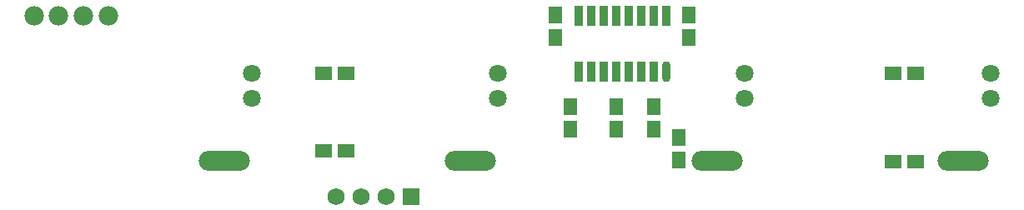
<source format=gbs>
%FSLAX25Y25*%
%MOIN*%
G70*
G01*
G75*
G04 Layer_Color=16711935*
%ADD10C,0.02000*%
%ADD11C,0.03000*%
%ADD12C,0.01000*%
%ADD13C,0.01500*%
%ADD14C,0.06000*%
%ADD15R,0.06000X0.06000*%
%ADD16O,0.19685X0.07087*%
%ADD17C,0.07000*%
%ADD18C,0.06300*%
%ADD19C,0.02500*%
%ADD20R,0.02400X0.07600*%
%ADD21O,0.02400X0.07600*%
%ADD22R,0.06000X0.05000*%
%ADD23R,0.05000X0.06000*%
%ADD24C,0.00700*%
%ADD25C,0.00500*%
%ADD26C,0.00100*%
%ADD27C,0.00200*%
%ADD28C,0.00600*%
%ADD29R,0.00900X0.00700*%
%ADD30R,0.00446X0.00990*%
%ADD31C,0.00400*%
%ADD32C,0.06800*%
%ADD33R,0.06800X0.06800*%
%ADD34O,0.20485X0.07887*%
%ADD35C,0.07800*%
%ADD36C,0.07100*%
%ADD37R,0.03200X0.08400*%
%ADD38O,0.03200X0.08400*%
%ADD39R,0.06800X0.05800*%
%ADD40R,0.05800X0.06800*%
D32*
X160000Y11988D02*
D03*
X150000D02*
D03*
X140000D02*
D03*
D33*
X170000D02*
D03*
D34*
X390551Y26378D02*
D03*
X193701D02*
D03*
X95276D02*
D03*
X292126D02*
D03*
D35*
X19248Y84378D02*
D03*
X29091D02*
D03*
X38933D02*
D03*
X48776D02*
D03*
D36*
X401575Y61102D02*
D03*
Y51102D02*
D03*
X303150D02*
D03*
Y61102D02*
D03*
X204724D02*
D03*
Y51102D02*
D03*
X106299D02*
D03*
Y61102D02*
D03*
D37*
X271776Y84378D02*
D03*
X266776D02*
D03*
X261776D02*
D03*
X256776D02*
D03*
X251776D02*
D03*
X246776D02*
D03*
X241776D02*
D03*
X236776D02*
D03*
Y61878D02*
D03*
X241776D02*
D03*
X246776D02*
D03*
X251776D02*
D03*
X256776D02*
D03*
X261776D02*
D03*
X266776D02*
D03*
D38*
X271776D02*
D03*
D39*
X144075Y61102D02*
D03*
X135075D02*
D03*
Y30378D02*
D03*
X144075D02*
D03*
X362500Y61102D02*
D03*
X371500D02*
D03*
Y25988D02*
D03*
X362500D02*
D03*
D40*
X227575Y75602D02*
D03*
Y84602D02*
D03*
X277051Y26488D02*
D03*
Y35488D02*
D03*
X233575Y38878D02*
D03*
Y47878D02*
D03*
X281075Y84602D02*
D03*
Y75602D02*
D03*
X251776Y38878D02*
D03*
Y47878D02*
D03*
X266776D02*
D03*
Y38878D02*
D03*
M02*

</source>
